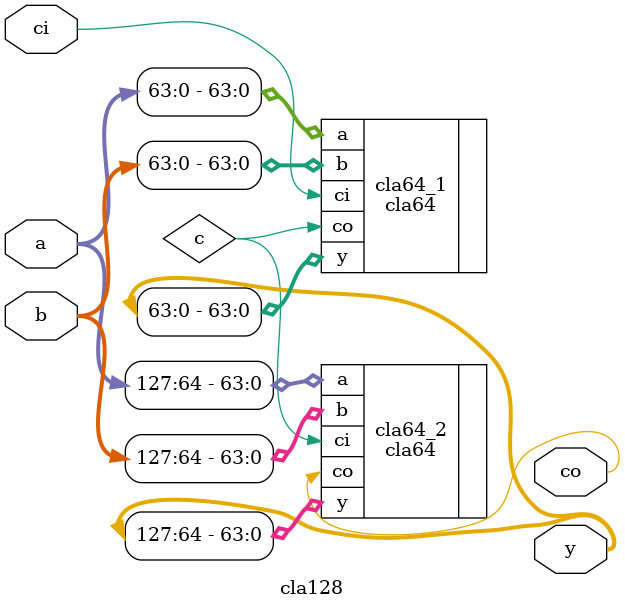
<source format=v>
module cla128(a, b, ci, co, y);
    input[127:0] a, b;
    input ci;

    output[127:0] y;
    output co;

    wire c;
    
    cla64 cla64_1(.a(a[63:0]), .b(b[63:0]), .ci(ci), .co(c), .y(y[63:0]));
    cla64 cla64_2(.a(a[127:64]), .b(b[127:64]), .ci(c), .co(co), .y(y[127:64]));
endmodule
</source>
